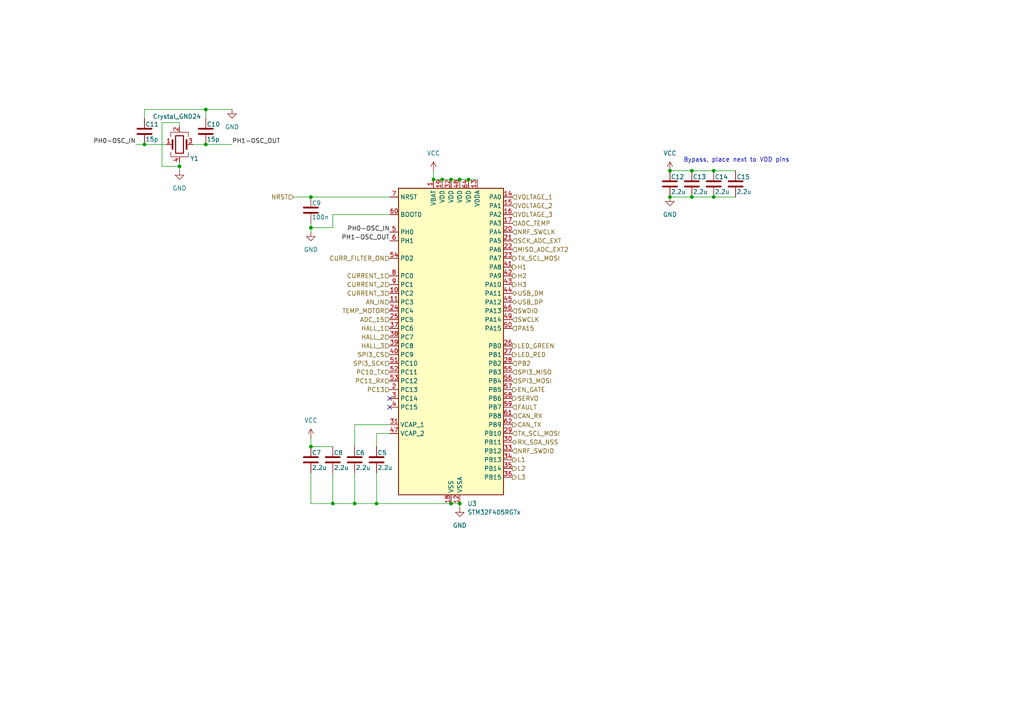
<source format=kicad_sch>
(kicad_sch (version 20231120) (generator "eeschema") (generator_version "8.0")
  (paper "A4")
  (lib_symbols
    (symbol "Device:C" (pin_numbers hide) (pin_names (offset 0.254))
      (property "Reference" "C" (at 0.635 2.54 0))
      (property "Value" "C" (at 0.635 -2.54 0))
      (symbol "C_0_1"
        (polyline (pts (xy -2.032 -0.762) (xy 2.032 -0.762)) (stroke (width 0.508)))
        (polyline (pts (xy -2.032 0.762) (xy 2.032 0.762)) (stroke (width 0.508)))
      )
      (symbol "C_1_1"
        (pin passive line (at 0 3.81 270) (length 2.794) (name "~") (number "1"))
        (pin passive line (at 0 -3.81 90) (length 2.794) (name "~") (number "2"))
      )
    )
    (symbol "Device:Crystal_GND24" (pin_names (offset 1.016) hide)
      (property "Reference" "Y" (at 3.175 5.08 0))
      (property "Value" "Crystal_GND24" (at 3.175 3.175 0))
      (symbol "Crystal_GND24_0_1"
        (rectangle (start -1.143 2.54) (end 1.143 -2.54) (stroke (width 0.3048)))
        (polyline (pts (xy -2.54 0) (xy -2.032 0)))
        (polyline (pts (xy -2.032 -1.27) (xy -2.032 1.27)) (stroke (width 0.508)))
        (polyline (pts (xy 0 -3.81) (xy 0 -3.556)))
        (polyline (pts (xy 0 3.556) (xy 0 3.81)))
        (polyline (pts (xy 2.032 -1.27) (xy 2.032 1.27)) (stroke (width 0.508)))
        (polyline (pts (xy 2.032 0) (xy 2.54 0)))
        (polyline (pts (xy -2.54 -2.286) (xy -2.54 -3.556) (xy 2.54 -3.556) (xy 2.54 -2.286)))
        (polyline (pts (xy -2.54 2.286) (xy -2.54 3.556) (xy 2.54 3.556) (xy 2.54 2.286)))
      )
      (symbol "Crystal_GND24_1_1"
        (pin passive line (at -3.81 0 0) (length 1.27) (name "1") (number "1"))
        (pin passive line (at 0 5.08 270) (length 1.27) (name "2") (number "2"))
        (pin passive line (at 3.81 0 180) (length 1.27) (name "3") (number "3"))
        (pin passive line (at 0 -5.08 90) (length 1.27) (name "4") (number "4"))
      )
    )
    (symbol "MCU_ST_STM32F4:STM32F405RGTx"
      (property "Reference" "U" (at -15.24 46.99 0))
      (property "Value" "STM32F405RGTx" (at 10.16 46.99 0))
      (symbol "STM32F405RGTx_0_1"
        (rectangle (start -15.24 -43.18) (end 15.24 45.72) (stroke (width 0.254)) (fill (type background)))
      )
      (symbol "STM32F405RGTx_1_1"
        (pin power_in line (at -5.08 48.26 270) (length 2.54) (name "VBAT") (number "1"))
        (pin bidirectional line (at -17.78 15.24 0) (length 2.54) (name "PC2") (number "10"))
        (pin bidirectional line (at -17.78 12.7 0) (length 2.54) (name "PC3") (number "11"))
        (pin power_in line (at 2.54 -45.72 90) (length 2.54) (name "VSSA") (number "12"))
        (pin power_in line (at 7.62 48.26 270) (length 2.54) (name "VDDA") (number "13"))
        (pin bidirectional line (at 17.78 43.18 180) (length 2.54) (name "PA0") (number "14"))
        (pin bidirectional line (at 17.78 40.64 180) (length 2.54) (name "PA1") (number "15"))
        (pin bidirectional line (at 17.78 38.1 180) (length 2.54) (name "PA2") (number "16"))
        (pin bidirectional line (at 17.78 35.56 180) (length 2.54) (name "PA3") (number "17"))
        (pin power_in line (at 0 -45.72 90) (length 2.54) (name "VSS") (number "18"))
        (pin power_in line (at -2.54 48.26 270) (length 2.54) (name "VDD") (number "19"))
        (pin bidirectional line (at -17.78 -12.7 0) (length 2.54) (name "PC13") (number "2"))
        (pin bidirectional line (at 17.78 33.02 180) (length 2.54) (name "PA4") (number "20"))
        (pin bidirectional line (at 17.78 30.48 180) (length 2.54) (name "PA5") (number "21"))
        (pin bidirectional line (at 17.78 27.94 180) (length 2.54) (name "PA6") (number "22"))
        (pin bidirectional line (at 17.78 25.4 180) (length 2.54) (name "PA7") (number "23"))
        (pin bidirectional line (at -17.78 10.16 0) (length 2.54) (name "PC4") (number "24"))
        (pin bidirectional line (at -17.78 7.62 0) (length 2.54) (name "PC5") (number "25"))
        (pin bidirectional line (at 17.78 0 180) (length 2.54) (name "PB0") (number "26"))
        (pin bidirectional line (at 17.78 -2.54 180) (length 2.54) (name "PB1") (number "27"))
        (pin bidirectional line (at 17.78 -5.08 180) (length 2.54) (name "PB2") (number "28"))
        (pin bidirectional line (at 17.78 -25.4 180) (length 2.54) (name "PB10") (number "29"))
        (pin bidirectional line (at -17.78 -15.24 0) (length 2.54) (name "PC14") (number "3"))
        (pin bidirectional line (at 17.78 -27.94 180) (length 2.54) (name "PB11") (number "30"))
        (pin power_out line (at -17.78 -22.86 0) (length 2.54) (name "VCAP_1") (number "31"))
        (pin power_in line (at 0 48.26 270) (length 2.54) (name "VDD") (number "32"))
        (pin bidirectional line (at 17.78 -30.48 180) (length 2.54) (name "PB12") (number "33"))
        (pin bidirectional line (at 17.78 -33.02 180) (length 2.54) (name "PB13") (number "34"))
        (pin bidirectional line (at 17.78 -35.56 180) (length 2.54) (name "PB14") (number "35"))
        (pin bidirectional line (at 17.78 -38.1 180) (length 2.54) (name "PB15") (number "36"))
        (pin bidirectional line (at -17.78 5.08 0) (length 2.54) (name "PC6") (number "37"))
        (pin bidirectional line (at -17.78 2.54 0) (length 2.54) (name "PC7") (number "38"))
        (pin bidirectional line (at -17.78 0 0) (length 2.54) (name "PC8") (number "39"))
        (pin bidirectional line (at -17.78 -17.78 0) (length 2.54) (name "PC15") (number "4"))
        (pin bidirectional line (at -17.78 -2.54 0) (length 2.54) (name "PC9") (number "40"))
        (pin bidirectional line (at 17.78 22.86 180) (length 2.54) (name "PA8") (number "41"))
        (pin bidirectional line (at 17.78 20.32 180) (length 2.54) (name "PA9") (number "42"))
        (pin bidirectional line (at 17.78 17.78 180) (length 2.54) (name "PA10") (number "43"))
        (pin bidirectional line (at 17.78 15.24 180) (length 2.54) (name "PA11") (number "44"))
        (pin bidirectional line (at 17.78 12.7 180) (length 2.54) (name "PA12") (number "45"))
        (pin bidirectional line (at 17.78 10.16 180) (length 2.54) (name "PA13") (number "46"))
        (pin power_out line (at -17.78 -25.4 0) (length 2.54) (name "VCAP_2") (number "47"))
        (pin power_in line (at 2.54 48.26 270) (length 2.54) (name "VDD") (number "48"))
        (pin bidirectional line (at 17.78 7.62 180) (length 2.54) (name "PA14") (number "49"))
        (pin bidirectional line (at -17.78 33.02 0) (length 2.54) (name "PH0") (number "5"))
        (pin bidirectional line (at 17.78 5.08 180) (length 2.54) (name "PA15") (number "50"))
        (pin bidirectional line (at -17.78 -5.08 0) (length 2.54) (name "PC10") (number "51"))
        (pin bidirectional line (at -17.78 -7.62 0) (length 2.54) (name "PC11") (number "52"))
        (pin bidirectional line (at -17.78 -10.16 0) (length 2.54) (name "PC12") (number "53"))
        (pin bidirectional line (at -17.78 25.4 0) (length 2.54) (name "PD2") (number "54"))
        (pin bidirectional line (at 17.78 -7.62 180) (length 2.54) (name "PB3") (number "55"))
        (pin bidirectional line (at 17.78 -10.16 180) (length 2.54) (name "PB4") (number "56"))
        (pin bidirectional line (at 17.78 -12.7 180) (length 2.54) (name "PB5") (number "57"))
        (pin bidirectional line (at 17.78 -15.24 180) (length 2.54) (name "PB6") (number "58"))
        (pin bidirectional line (at 17.78 -17.78 180) (length 2.54) (name "PB7") (number "59"))
        (pin bidirectional line (at -17.78 30.48 0) (length 2.54) (name "PH1") (number "6"))
        (pin input line (at -17.78 38.1 0) (length 2.54) (name "BOOT0") (number "60"))
        (pin bidirectional line (at 17.78 -20.32 180) (length 2.54) (name "PB8") (number "61"))
        (pin bidirectional line (at 17.78 -22.86 180) (length 2.54) (name "PB9") (number "62"))
        (pin passive line (at 0 -45.72 90) (length 2.54) hide (name "VSS") (number "63"))
        (pin power_in line (at 5.08 48.26 270) (length 2.54) (name "VDD") (number "64"))
        (pin input line (at -17.78 43.18 0) (length 2.54) (name "NRST") (number "7"))
        (pin bidirectional line (at -17.78 20.32 0) (length 2.54) (name "PC0") (number "8"))
        (pin bidirectional line (at -17.78 17.78 0) (length 2.54) (name "PC1") (number "9"))
      )
    )
    (symbol "power:GND" (power) (pin_numbers hide) (pin_names (offset 0) hide)
      (property "Value" "GND" (at 0 -3.81 0))
      (symbol "GND_0_1"
        (polyline (pts (xy 0 0) (xy 0 -1.27) (xy 1.27 -1.27) (xy 0 -2.54) (xy -1.27 -1.27) (xy 0 -1.27)))
      )
      (symbol "GND_1_1"
        (pin power_in line (at 0 0 270) (length 0) (name "~") (number "1"))
      )
    )
    (symbol "power:VCC" (power) (pin_numbers hide) (pin_names (offset 0) hide)
      (property "Value" "VCC" (at 0 3.556 0))
      (symbol "VCC_0_1"
        (polyline (pts (xy -0.762 1.27) (xy 0 2.54)))
        (polyline (pts (xy 0 0) (xy 0 2.54)))
        (polyline (pts (xy 0 2.54) (xy 0.762 1.27)))
      )
      (symbol "VCC_1_1"
        (pin power_in line (at 0 0 90) (length 0) (name "~") (number "1"))
      )
    )
  )
  (junction (at 133.35 52.07))
  (junction (at 128.27 52.07))
  (junction (at 200.66 57.15))
  (junction (at 125.73 52.07))
  (junction (at 207.01 57.15))
  (junction (at 207.01 49.53))
  (junction (at 130.81 146.05))
  (junction (at 59.69 41.91))
  (junction (at 90.17 129.54))
  (junction (at 52.07 48.26))
  (junction (at 200.66 49.53))
  (junction (at 135.89 52.07))
  (junction (at 96.52 146.05))
  (junction (at 41.91 41.91))
  (junction (at 194.31 57.15))
  (junction (at 59.69 31.75))
  (junction (at 130.81 52.07))
  (junction (at 90.17 66.04))
  (junction (at 194.31 49.53))
  (junction (at 102.87 146.05))
  (junction (at 133.35 146.05))
  (junction (at 109.22 146.05))
  (junction (at 90.17 57.15))
  (no_connect (at 113.03 118.11))
  (no_connect (at 113.03 115.57))
  (wire (pts (xy 207.01 57.15) (xy 213.36 57.15)))
  (wire (pts (xy 59.69 31.75) (xy 59.69 34.29)))
  (wire (pts (xy 133.35 147.32) (xy 133.35 146.05)))
  (wire (pts (xy 46.99 48.26) (xy 46.99 35.56)))
  (wire (pts (xy 113.03 62.23) (xy 96.52 62.23)))
  (wire (pts (xy 59.69 31.75) (xy 67.31 31.75)))
  (wire (pts (xy 39.37 41.91) (xy 41.91 41.91)))
  (wire (pts (xy 109.22 125.73) (xy 109.22 129.54)))
  (wire (pts (xy 207.01 49.53) (xy 213.36 49.53)))
  (wire (pts (xy 46.99 35.56) (xy 52.07 35.56)))
  (wire (pts (xy 90.17 146.05) (xy 96.52 146.05)))
  (wire (pts (xy 90.17 127) (xy 90.17 129.54)))
  (wire (pts (xy 41.91 34.29) (xy 41.91 31.75)))
  (wire (pts (xy 96.52 66.04) (xy 90.17 66.04)))
  (wire (pts (xy 52.07 35.56) (xy 52.07 36.83)))
  (wire (pts (xy 113.03 123.19) (xy 102.87 123.19)))
  (wire (pts (xy 90.17 137.16) (xy 90.17 146.05)))
  (wire (pts (xy 96.52 62.23) (xy 96.52 66.04)))
  (wire (pts (xy 85.09 57.15) (xy 90.17 57.15)))
  (wire (pts (xy 102.87 146.05) (xy 96.52 146.05)))
  (wire (pts (xy 194.31 49.53) (xy 200.66 49.53)))
  (wire (pts (xy 200.66 57.15) (xy 207.01 57.15)))
  (wire (pts (xy 135.89 52.07) (xy 138.43 52.07)))
  (wire (pts (xy 90.17 129.54) (xy 96.52 129.54)))
  (wire (pts (xy 55.88 41.91) (xy 59.69 41.91)))
  (wire (pts (xy 102.87 137.16) (xy 102.87 146.05)))
  (wire (pts (xy 133.35 52.07) (xy 135.89 52.07)))
  (wire (pts (xy 125.73 49.53) (xy 125.73 52.07)))
  (wire (pts (xy 41.91 41.91) (xy 48.26 41.91)))
  (wire (pts (xy 102.87 146.05) (xy 109.22 146.05)))
  (wire (pts (xy 113.03 125.73) (xy 109.22 125.73)))
  (wire (pts (xy 52.07 49.53) (xy 52.07 48.26)))
  (wire (pts (xy 90.17 66.04) (xy 90.17 64.77)))
  (wire (pts (xy 125.73 52.07) (xy 128.27 52.07)))
  (wire (pts (xy 130.81 52.07) (xy 133.35 52.07)))
  (wire (pts (xy 52.07 48.26) (xy 46.99 48.26)))
  (wire (pts (xy 102.87 123.19) (xy 102.87 129.54)))
  (wire (pts (xy 194.31 57.15) (xy 200.66 57.15)))
  (wire (pts (xy 52.07 48.26) (xy 52.07 46.99)))
  (wire (pts (xy 109.22 146.05) (xy 109.22 137.16)))
  (wire (pts (xy 200.66 49.53) (xy 207.01 49.53)))
  (wire (pts (xy 96.52 146.05) (xy 96.52 137.16)))
  (wire (pts (xy 90.17 67.31) (xy 90.17 66.04)))
  (wire (pts (xy 128.27 52.07) (xy 130.81 52.07)))
  (wire (pts (xy 90.17 57.15) (xy 113.03 57.15)))
  (wire (pts (xy 130.81 146.05) (xy 133.35 146.05)))
  (wire (pts (xy 130.81 146.05) (xy 109.22 146.05)))
  (wire (pts (xy 41.91 31.75) (xy 59.69 31.75)))
  (wire (pts (xy 59.69 41.91) (xy 67.31 41.91)))
  (text "Bypass, place next to VDD pins\n" (at 213.614 46.482 0) (effects (font (size 1.27 1.27))))
  (label "PH1-OSC_OUT" (at 67.31 41.91 0))
  (label "PH0-OSC_IN" (at 39.37 41.91 180))
  (label "PH0-OSC_IN" (at 113.03 67.31 180))
  (label "PH1-OSC_OUT" (at 113.03 69.85 180))
  (hierarchical_label "LED_GREEN" (shape output) (at 148.59 100.33 0))
  (hierarchical_label "NRF_SWDIO" (shape input) (at 148.59 130.81 0))
  (hierarchical_label "SCK_ADC_EXT" (shape input) (at 148.59 69.85 0))
  (hierarchical_label "CAN_RX" (shape input) (at 148.59 120.65 0))
  (hierarchical_label "PC11_RX" (shape input) (at 113.03 110.49 180))
  (hierarchical_label "L1" (shape output) (at 148.59 133.35 0))
  (hierarchical_label "SWDIO" (shape input) (at 148.59 90.17 0))
  (hierarchical_label "SPI3_MOSI" (shape input) (at 148.59 110.49 0))
  (hierarchical_label "H2" (shape output) (at 148.59 80.01 0))
  (hierarchical_label "VOLTAGE_3" (shape input) (at 148.59 62.23 0))
  (hierarchical_label "VOLTAGE_2" (shape input) (at 148.59 59.69 0))
  (hierarchical_label "TX_SCL_MOSI" (shape input) (at 148.59 125.73 0))
  (hierarchical_label "ADC_TEMP" (shape input) (at 148.59 64.77 0))
  (hierarchical_label "USB_DP" (shape bidirectional) (at 148.59 87.63 0))
  (hierarchical_label "SPI3_MISO" (shape input) (at 148.59 107.95 0))
  (hierarchical_label "VOLTAGE_1" (shape input) (at 148.59 57.15 0))
  (hierarchical_label "RX_SDA_NSS" (shape bidirectional) (at 148.59 128.27 0))
  (hierarchical_label "NRST" (shape input) (at 85.09 57.15 180))
  (hierarchical_label "HALL_1" (shape input) (at 113.03 95.25 180))
  (hierarchical_label "EN_GATE" (shape output) (at 148.59 113.03 0))
  (hierarchical_label "PB2" (shape input) (at 148.59 105.41 0))
  (hierarchical_label "SWCLK" (shape input) (at 148.59 92.71 0))
  (hierarchical_label "CAN_TX" (shape output) (at 148.59 123.19 0))
  (hierarchical_label "HALL_3" (shape input) (at 113.03 100.33 180))
  (hierarchical_label "USB_DM" (shape bidirectional) (at 148.59 85.09 0))
  (hierarchical_label "PC10_TX" (shape input) (at 113.03 107.95 180))
  (hierarchical_label "ADC_15" (shape input) (at 113.03 92.71 180))
  (hierarchical_label "L2" (shape output) (at 148.59 135.89 0))
  (hierarchical_label "L3" (shape output) (at 148.59 138.43 0))
  (hierarchical_label "FAULT" (shape input) (at 148.59 118.11 0))
  (hierarchical_label "CURRENT_1" (shape input) (at 113.03 80.01 180))
  (hierarchical_label "CURRENT_3" (shape input) (at 113.03 85.09 180))
  (hierarchical_label "NRF_SWCLK" (shape input) (at 148.59 67.31 0))
  (hierarchical_label "TX_SCL_MOSI" (shape output) (at 148.59 74.93 0))
  (hierarchical_label "LED_RED" (shape output) (at 148.59 102.87 0))
  (hierarchical_label "PA15" (shape input) (at 148.59 95.25 0))
  (hierarchical_label "SPI3_CS" (shape input) (at 113.03 102.87 180))
  (hierarchical_label "SPI3_SCK" (shape input) (at 113.03 105.41 180))
  (hierarchical_label "CURRENT_2" (shape input) (at 113.03 82.55 180))
  (hierarchical_label "CURR_FILTER_ON" (shape input) (at 113.03 74.93 180))
  (hierarchical_label "TEMP_MOTOR" (shape input) (at 113.03 90.17 180))
  (hierarchical_label "H1" (shape output) (at 148.59 77.47 0))
  (hierarchical_label "MISO_ADC_EXT2" (shape input) (at 148.59 72.39 0))
  (hierarchical_label "PC13" (shape input) (at 113.03 113.03 180))
  (hierarchical_label "AN_IN" (shape input) (at 113.03 87.63 180))
  (hierarchical_label "SERVO" (shape output) (at 148.59 115.57 0))
  (hierarchical_label "HALL_2" (shape input) (at 113.03 97.79 180))
  (hierarchical_label "H3" (shape output) (at 148.59 82.55 0))
  (symbol (lib_id "Device:C") (at 207.01 53.34 0) (unit 1)
    (property "Reference" "C14" (at 207.264 51.308 0) (effects (justify left)))
    (property "Value" "2.2u" (at 207.264 55.626 0) (effects (justify left)))
    (property "Description" "Unpolarized capacitor" (effects (hide yes)))
  )
  (symbol (lib_id "power:VCC") (at 125.73 49.53 0) (unit 1)
    (property "Reference" "#PWR06" (effects (hide yes)))
    (property "Value" "VCC" (at 125.73 44.45 0))
    (property "Description" "Power symbol creates a global label with name \"VCC\"" (effects (hide yes)))
  )
  (symbol (lib_id "power:VCC") (at 90.17 127 0) (unit 1)
    (property "Reference" "#PWR08" (effects (hide yes)))
    (property "Value" "VCC" (at 90.17 121.92 0))
    (property "Description" "Power symbol creates a global label with name \"VCC\"" (effects (hide yes)))
  )
  (symbol (lib_id "Device:C") (at 90.17 133.35 0) (unit 1)
    (property "Reference" "C7" (at 90.424 131.318 0) (effects (justify left)))
    (property "Value" "2.2u" (at 90.424 135.636 0) (effects (justify left)))
    (property "Description" "Unpolarized capacitor" (effects (hide yes)))
  )
  (symbol (lib_id "Device:C") (at 109.22 133.35 0) (unit 1)
    (property "Reference" "C5" (at 109.474 131.318 0) (effects (justify left)))
    (property "Value" "2.2u" (at 109.474 135.636 0) (effects (justify left)))
    (property "Description" "Unpolarized capacitor" (effects (hide yes)))
  )
  (symbol (lib_id "Device:C") (at 213.36 53.34 0) (unit 1)
    (property "Reference" "C15" (at 213.614 51.308 0) (effects (justify left)))
    (property "Value" "2.2u" (at 213.614 55.626 0) (effects (justify left)))
    (property "Description" "Unpolarized capacitor" (effects (hide yes)))
  )
  (symbol (lib_id "power:GND") (at 194.31 57.15 0) (unit 1)
    (property "Reference" "#PWR013" (effects (hide yes)))
    (property "Value" "GND" (at 194.31 62.23 0))
    (property "Description" "Power symbol creates a global label with name \"GND\" , ground" (effects (hide yes)))
  )
  (symbol (lib_id "Device:C") (at 200.66 53.34 0) (unit 1)
    (property "Reference" "C13" (at 200.914 51.308 0) (effects (justify left)))
    (property "Value" "2.2u" (at 200.914 55.626 0) (effects (justify left)))
    (property "Description" "Unpolarized capacitor" (effects (hide yes)))
  )
  (symbol (lib_id "power:GND") (at 67.31 31.75 0) (unit 1)
    (property "Reference" "#PWR011" (effects (hide yes)))
    (property "Value" "GND" (at 67.31 36.83 0))
    (property "Description" "Power symbol creates a global label with name \"GND\" , ground" (effects (hide yes)))
  )
  (symbol (lib_id "power:GND") (at 90.17 67.31 0) (unit 1)
    (property "Reference" "#PWR09" (effects (hide yes)))
    (property "Value" "GND" (at 90.17 72.39 0))
    (property "Description" "Power symbol creates a global label with name \"GND\" , ground" (effects (hide yes)))
  )
  (symbol (lib_id "power:VCC") (at 194.31 49.53 0) (unit 1)
    (property "Reference" "#PWR012" (effects (hide yes)))
    (property "Value" "VCC" (at 194.31 44.45 0))
    (property "Description" "Power symbol creates a global label with name \"VCC\"" (effects (hide yes)))
  )
  (symbol (lib_id "Device:C") (at 59.69 38.1 0) (unit 1)
    (property "Reference" "C10" (at 59.944 36.068 0) (effects (justify left)))
    (property "Value" "15p" (at 59.944 40.386 0) (effects (justify left)))
    (property "Description" "Unpolarized capacitor" (effects (hide yes)))
  )
  (symbol (lib_id "MCU_ST_STM32F4:STM32F405RGTx") (at 130.81 100.33 0) (unit 1)
    (property "Reference" "U3" (at 135.5441 146.05 0) (effects (justify left)))
    (property "Value" "STM32F405RGTx" (at 135.5441 148.59 0) (effects (justify left)))
    (property "Footprint" "Package_QFP:LQFP-64_10x10mm_P0.5mm" (effects (hide yes)))
    (property "Datasheet" "https://www.st.com/resource/en/datasheet/stm32f405rg.pdf" (effects (hide yes)))
    (property "Description" "STMicroelectronics Arm Cortex-M4 MCU, 1024KB flash, 192KB RAM, 168 MHz, 1.8-3.6V, 51 GPIO, LQFP64" (effects (hide yes)))
  )
  (symbol (lib_id "Device:C") (at 102.87 133.35 0) (unit 1)
    (property "Reference" "C6" (at 103.124 131.318 0) (effects (justify left)))
    (property "Value" "2.2u" (at 103.124 135.636 0) (effects (justify left)))
    (property "Description" "Unpolarized capacitor" (effects (hide yes)))
  )
  (symbol (lib_id "Device:C") (at 194.31 53.34 0) (unit 1)
    (property "Reference" "C12" (at 194.564 51.308 0) (effects (justify left)))
    (property "Value" "2.2u" (at 194.564 55.626 0) (effects (justify left)))
    (property "Description" "Unpolarized capacitor" (effects (hide yes)))
  )
  (symbol (lib_id "Device:C") (at 90.17 60.96 0) (unit 1)
    (property "Reference" "C9" (at 90.424 58.928 0) (effects (justify left)))
    (property "Value" "100n" (at 90.424 62.992 0) (effects (justify left)))
    (property "Description" "Unpolarized capacitor" (effects (hide yes)))
  )
  (symbol (lib_id "power:GND") (at 133.35 147.32 0) (unit 1)
    (property "Reference" "#PWR07" (effects (hide yes)))
    (property "Value" "GND" (at 133.35 152.4 0))
    (property "Description" "Power symbol creates a global label with name \"GND\" , ground" (effects (hide yes)))
  )
  (symbol (lib_id "power:GND") (at 52.07 49.53 0) (unit 1)
    (property "Reference" "#PWR010" (effects (hide yes)))
    (property "Value" "GND" (at 52.07 54.61 0))
    (property "Description" "Power symbol creates a global label with name \"GND\" , ground" (effects (hide yes)))
  )
  (symbol (lib_id "Device:Crystal_GND24") (at 52.07 41.91 0) (unit 1)
    (property "Reference" "Y1" (at 56.388 45.974 0))
    (property "Value" "Crystal_GND24" (at 51.308 33.782 0))
    (property "Description" "Four pin crystal, GND on pins 2 and 4" (effects (hide yes)))
  )
  (symbol (lib_id "Device:C") (at 41.91 38.1 0) (unit 1)
    (property "Reference" "C11" (at 42.164 36.068 0) (effects (justify left)))
    (property "Value" "15p" (at 42.164 40.386 0) (effects (justify left)))
    (property "Description" "Unpolarized capacitor" (effects (hide yes)))
  )
  (symbol (lib_id "Device:C") (at 96.52 133.35 0) (unit 1)
    (property "Reference" "C8" (at 96.774 131.318 0) (effects (justify left)))
    (property "Value" "2.2u" (at 96.774 135.636 0) (effects (justify left)))
    (property "Description" "Unpolarized capacitor" (effects (hide yes)))
  )
)
</source>
